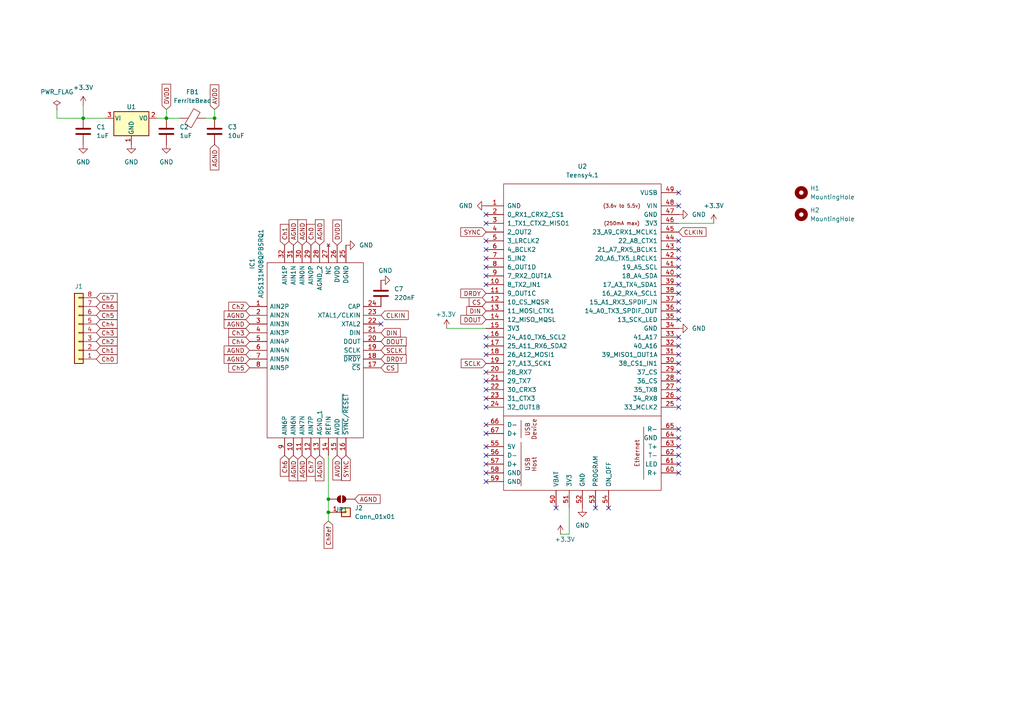
<source format=kicad_sch>
(kicad_sch (version 20231120) (generator "eeschema") (generator_version "8.0")
  (paper "A4")
  (lib_symbols
    (symbol "ADS131M08QPBSRQ1:ADS131M08QPBSRQ1" (pin_names (offset 0.762))
      (property "Reference" "IC" (at 34.29 17.78 0))
      (property "Value" "ADS131M08QPBSRQ1" (at 34.29 15.24 0))
      (symbol "ADS131M08QPBSRQ1_0_0"
        (pin passive line (at 0 0 0) (length 5.08) (name "AIN2P") (number "1"))
        (pin passive line (at 12.7 -43.18 90) (length 5.08) (name "AIN6N") (number "10"))
        (pin passive line (at 15.24 -43.18 90) (length 5.08) (name "AIN7N") (number "11"))
        (pin passive line (at 17.78 -43.18 90) (length 5.08) (name "AIN7P") (number "12"))
        (pin passive line (at 20.32 -43.18 90) (length 5.08) (name "AGND_1") (number "13"))
        (pin passive line (at 22.86 -43.18 90) (length 5.08) (name "REFIN") (number "14"))
        (pin passive line (at 25.4 -43.18 90) (length 5.08) (name "AVDD") (number "15"))
        (pin passive line (at 27.94 -43.18 90) (length 5.08) (name "~{SYNC}/~{RESET}") (number "16"))
        (pin passive line (at 38.1 -17.78 180) (length 5.08) (name "~{CS}") (number "17"))
        (pin passive line (at 38.1 -15.24 180) (length 5.08) (name "~{DRDY}") (number "18"))
        (pin passive line (at 38.1 -12.7 180) (length 5.08) (name "SCLK") (number "19"))
        (pin passive line (at 0 -2.54 0) (length 5.08) (name "AIN2N") (number "2"))
        (pin passive line (at 38.1 -10.16 180) (length 5.08) (name "DOUT") (number "20"))
        (pin passive line (at 38.1 -7.62 180) (length 5.08) (name "DIN") (number "21"))
        (pin passive line (at 38.1 -5.08 180) (length 5.08) (name "XTAL2") (number "22"))
        (pin passive line (at 38.1 -2.54 180) (length 5.08) (name "XTAL1/CLKIN") (number "23"))
        (pin passive line (at 38.1 0 180) (length 5.08) (name "CAP") (number "24"))
        (pin passive line (at 27.94 17.78 270) (length 5.08) (name "DGND") (number "25"))
        (pin passive line (at 25.4 17.78 270) (length 5.08) (name "DVDD") (number "26"))
        (pin no_connect line (at 22.86 17.78 270) (length 5.08) (name "NC") (number "27"))
        (pin passive line (at 20.32 17.78 270) (length 5.08) (name "AGND_2") (number "28"))
        (pin passive line (at 17.78 17.78 270) (length 5.08) (name "AIN0P") (number "29"))
        (pin passive line (at 0 -5.08 0) (length 5.08) (name "AIN3N") (number "3"))
        (pin passive line (at 15.24 17.78 270) (length 5.08) (name "AIN0N") (number "30"))
        (pin passive line (at 12.7 17.78 270) (length 5.08) (name "AIN1N") (number "31"))
        (pin passive line (at 10.16 17.78 270) (length 5.08) (name "AIN1P") (number "32"))
        (pin passive line (at 0 -7.62 0) (length 5.08) (name "AIN3P") (number "4"))
        (pin passive line (at 0 -10.16 0) (length 5.08) (name "AIN4P") (number "5"))
        (pin passive line (at 0 -12.7 0) (length 5.08) (name "AIN4N") (number "6"))
        (pin passive line (at 0 -15.24 0) (length 5.08) (name "AIN5N") (number "7"))
        (pin passive line (at 0 -17.78 0) (length 5.08) (name "AIN5P") (number "8"))
        (pin passive line (at 10.16 -43.18 90) (length 5.08) (name "AIN6P") (number "9"))
      )
      (symbol "ADS131M08QPBSRQ1_0_1"
        (polyline (pts (xy 5.08 12.7) (xy 33.02 12.7) (xy 33.02 -38.1) (xy 5.08 -38.1) (xy 5.08 12.7)) (stroke (width 0.1524)))
      )
    )
    (symbol "Connector_Generic:Conn_01x01" (pin_names (offset 1.016) hide)
      (property "Reference" "J" (at 0 2.54 0))
      (property "Value" "Conn_01x01" (at 0 -2.54 0))
      (symbol "Conn_01x01_1_1"
        (rectangle (start -1.27 0.127) (end 0 -0.127) (stroke (width 0.1524)))
        (rectangle (start -1.27 1.27) (end 1.27 -1.27) (stroke (width 0.254)) (fill (type background)))
        (pin passive line (at -5.08 0 0) (length 3.81) (name "Pin_1") (number "1"))
      )
    )
    (symbol "Connector_Generic:Conn_01x08" (pin_names (offset 1.016) hide)
      (property "Reference" "J" (at 0 10.16 0))
      (property "Value" "Conn_01x08" (at 0 -12.7 0))
      (symbol "Conn_01x08_1_1"
        (rectangle (start -1.27 -10.033) (end 0 -10.287) (stroke (width 0.1524)))
        (rectangle (start -1.27 -7.493) (end 0 -7.747) (stroke (width 0.1524)))
        (rectangle (start -1.27 -4.953) (end 0 -5.207) (stroke (width 0.1524)))
        (rectangle (start -1.27 -2.413) (end 0 -2.667) (stroke (width 0.1524)))
        (rectangle (start -1.27 0.127) (end 0 -0.127) (stroke (width 0.1524)))
        (rectangle (start -1.27 2.667) (end 0 2.413) (stroke (width 0.1524)))
        (rectangle (start -1.27 5.207) (end 0 4.953) (stroke (width 0.1524)))
        (rectangle (start -1.27 7.747) (end 0 7.493) (stroke (width 0.1524)))
        (rectangle (start -1.27 8.89) (end 1.27 -11.43) (stroke (width 0.254)) (fill (type background)))
        (pin passive line (at -5.08 7.62 0) (length 3.81) (name "Pin_1") (number "1"))
        (pin passive line (at -5.08 5.08 0) (length 3.81) (name "Pin_2") (number "2"))
        (pin passive line (at -5.08 2.54 0) (length 3.81) (name "Pin_3") (number "3"))
        (pin passive line (at -5.08 0 0) (length 3.81) (name "Pin_4") (number "4"))
        (pin passive line (at -5.08 -2.54 0) (length 3.81) (name "Pin_5") (number "5"))
        (pin passive line (at -5.08 -5.08 0) (length 3.81) (name "Pin_6") (number "6"))
        (pin passive line (at -5.08 -7.62 0) (length 3.81) (name "Pin_7") (number "7"))
        (pin passive line (at -5.08 -10.16 0) (length 3.81) (name "Pin_8") (number "8"))
      )
    )
    (symbol "Device:C" (pin_numbers hide) (pin_names (offset 0.254))
      (property "Reference" "C" (at 0.635 2.54 0))
      (property "Value" "C" (at 0.635 -2.54 0))
      (symbol "C_0_1"
        (polyline (pts (xy -2.032 -0.762) (xy 2.032 -0.762)) (stroke (width 0.508)))
        (polyline (pts (xy -2.032 0.762) (xy 2.032 0.762)) (stroke (width 0.508)))
      )
      (symbol "C_1_1"
        (pin passive line (at 0 3.81 270) (length 2.794) (name "~") (number "1"))
        (pin passive line (at 0 -3.81 90) (length 2.794) (name "~") (number "2"))
      )
    )
    (symbol "Device:FerriteBead" (pin_numbers hide) (pin_names (offset 0))
      (property "Reference" "FB" (at -3.81 0.635 90))
      (property "Value" "FerriteBead" (at 3.81 0 90))
      (symbol "FerriteBead_0_1"
        (polyline (pts (xy 0 -1.27) (xy 0 -1.2192)))
        (polyline (pts (xy 0 1.27) (xy 0 1.2954)))
        (polyline (pts (xy -2.7686 0.4064) (xy -1.7018 2.2606) (xy 2.7686 -0.3048) (xy 1.6764 -2.159) (xy -2.7686 0.4064)))
      )
      (symbol "FerriteBead_1_1"
        (pin passive line (at 0 3.81 270) (length 2.54) (name "~") (number "1"))
        (pin passive line (at 0 -3.81 90) (length 2.54) (name "~") (number "2"))
      )
    )
    (symbol "Jumper:SolderJumper_2_Open" (pin_numbers hide) (pin_names (offset 0) hide) (exclude_from_sim yes) (in_bom no)
      (property "Reference" "JP" (at 0 2.032 0))
      (property "Value" "SolderJumper_2_Open" (at 0 -2.54 0))
      (symbol "SolderJumper_2_Open_0_1"
        (arc (start -0.254 1.016) (mid -1.2656 0) (end -0.254 -1.016))
        (arc (start -0.254 1.016) (mid -1.2656 0) (end -0.254 -1.016) (fill (type outline)))
        (polyline (pts (xy -0.254 1.016) (xy -0.254 -1.016)))
        (polyline (pts (xy 0.254 1.016) (xy 0.254 -1.016)))
        (arc (start 0.254 -1.016) (mid 1.2656 0) (end 0.254 1.016))
        (arc (start 0.254 -1.016) (mid 1.2656 0) (end 0.254 1.016) (fill (type outline)))
      )
      (symbol "SolderJumper_2_Open_1_1"
        (pin passive line (at -3.81 0 0) (length 2.54) (name "A") (number "1"))
        (pin passive line (at 3.81 0 180) (length 2.54) (name "B") (number "2"))
      )
    )
    (symbol "Mechanical:MountingHole" (pin_names (offset 1.016)) (exclude_from_sim yes) (in_bom no)
      (property "Reference" "H" (at 0 5.08 0))
      (property "Value" "MountingHole" (at 0 3.175 0))
      (symbol "MountingHole_0_1"
        (circle (center 0 0) (radius 1.27) (stroke (width 1.27)))
      )
    )
    (symbol "Regulator_Linear:MCP1700x-330xxTT" (pin_names (offset 0.254))
      (property "Reference" "U" (at -3.81 3.175 0))
      (property "Value" "MCP1700x-330xxTT" (at 0 3.175 0))
      (symbol "MCP1700x-330xxTT_0_1"
        (rectangle (start -5.08 1.905) (end 5.08 -5.08) (stroke (width 0.254)) (fill (type background)))
      )
      (symbol "MCP1700x-330xxTT_1_1"
        (pin power_in line (at 0 -7.62 90) (length 2.54) (name "GND") (number "1"))
        (pin power_out line (at 7.62 0 180) (length 2.54) (name "VO") (number "2"))
        (pin power_in line (at -7.62 0 0) (length 2.54) (name "VI") (number "3"))
      )
    )
    (symbol "power:+3.3V" (power) (pin_numbers hide) (pin_names (offset 0) hide)
      (property "Value" "+3.3V" (at 0 3.556 0))
      (symbol "+3.3V_0_1"
        (polyline (pts (xy -0.762 1.27) (xy 0 2.54)))
        (polyline (pts (xy 0 0) (xy 0 2.54)))
        (polyline (pts (xy 0 2.54) (xy 0.762 1.27)))
      )
      (symbol "+3.3V_1_1"
        (pin power_in line (at 0 0 90) (length 0) (name "~") (number "1"))
      )
    )
    (symbol "power:GND" (power) (pin_numbers hide) (pin_names (offset 0) hide)
      (property "Value" "GND" (at 0 -3.81 0))
      (symbol "GND_0_1"
        (polyline (pts (xy 0 0) (xy 0 -1.27) (xy 1.27 -1.27) (xy 0 -2.54) (xy -1.27 -1.27) (xy 0 -1.27)))
      )
      (symbol "GND_1_1"
        (pin power_in line (at 0 0 270) (length 0) (name "~") (number "1"))
      )
    )
    (symbol "power:PWR_FLAG" (power) (pin_numbers hide) (pin_names (offset 0) hide)
      (property "Value" "PWR_FLAG" (at 0 3.81 0))
      (symbol "PWR_FLAG_0_0"
        (pin power_out line (at 0 0 90) (length 0) (name "~") (number "1"))
      )
      (symbol "PWR_FLAG_0_1"
        (polyline (pts (xy 0 0) (xy 0 1.27) (xy -1.016 1.905) (xy 0 2.54) (xy 1.016 1.905) (xy 0 1.27)))
      )
    )
    (symbol "teensy:Teensy4.1" (pin_names (offset 1.016))
      (property "Reference" "U" (at 0 64.77 0))
      (property "Value" "Teensy4.1" (at 0 62.23 0))
      (symbol "Teensy4.1_0_0"
        (polyline (pts (xy -22.86 -6.35) (xy 22.86 -6.35)))
        (polyline (pts (xy -17.78 -26.67) (xy -17.78 -13.97)))
        (polyline (pts (xy -17.78 -7.62) (xy -17.78 -12.7)))
        (polyline (pts (xy 17.78 -9.525) (xy 17.78 -24.765)))
        (text "(250mA max)" (at 11.43 49.53 0) (effects (font (size 1.016 1.016))))
        (text "(3.6v to 5.5v)" (at 11.43 54.61 0) (effects (font (size 1.016 1.016))))
        (text "Device" (at -13.97 -10.16 900) (effects (font (size 1.27 1.27))))
        (text "Ethernet" (at 15.875 -17.145 900) (effects (font (size 1.27 1.27))))
        (text "Host" (at -13.97 -20.32 900) (effects (font (size 1.27 1.27))))
        (text "USB" (at -15.875 -20.32 900) (effects (font (size 1.27 1.27))))
        (text "USB" (at -15.875 -10.16 900) (effects (font (size 1.27 1.27))))
        (pin bidirectional line (at -27.94 31.75 0) (length 5.08) (name "8_TX2_IN1") (number "10"))
        (pin bidirectional line (at -27.94 29.21 0) (length 5.08) (name "9_OUT1C") (number "11"))
        (pin bidirectional line (at -27.94 26.67 0) (length 5.08) (name "10_CS_MQSR") (number "12"))
        (pin bidirectional line (at -27.94 24.13 0) (length 5.08) (name "11_MOSI_CTX1") (number "13"))
        (pin bidirectional line (at -27.94 21.59 0) (length 5.08) (name "12_MISO_MQSL") (number "14"))
        (pin power_in line (at -27.94 19.05 0) (length 5.08) (name "3V3") (number "15"))
        (pin bidirectional line (at -27.94 16.51 0) (length 5.08) (name "24_A10_TX6_SCL2") (number "16"))
        (pin bidirectional line (at -27.94 13.97 0) (length 5.08) (name "25_A11_RX6_SDA2") (number "17"))
        (pin bidirectional line (at -27.94 11.43 0) (length 5.08) (name "26_A12_MOSI1") (number "18"))
        (pin bidirectional line (at -27.94 8.89 0) (length 5.08) (name "27_A13_SCK1") (number "19"))
        (pin bidirectional line (at -27.94 6.35 0) (length 5.08) (name "28_RX7") (number "20"))
        (pin bidirectional line (at -27.94 3.81 0) (length 5.08) (name "29_TX7") (number "21"))
        (pin bidirectional line (at -27.94 1.27 0) (length 5.08) (name "30_CRX3") (number "22"))
        (pin bidirectional line (at -27.94 -1.27 0) (length 5.08) (name "31_CTX3") (number "23"))
        (pin bidirectional line (at -27.94 -3.81 0) (length 5.08) (name "32_OUT1B") (number "24"))
        (pin bidirectional line (at 27.94 -3.81 180) (length 5.08) (name "33_MCLK2") (number "25"))
        (pin bidirectional line (at 27.94 -1.27 180) (length 5.08) (name "34_RX8") (number "26"))
        (pin bidirectional line (at 27.94 1.27 180) (length 5.08) (name "35_TX8") (number "27"))
        (pin bidirectional line (at 27.94 3.81 180) (length 5.08) (name "36_CS") (number "28"))
        (pin bidirectional line (at 27.94 6.35 180) (length 5.08) (name "37_CS") (number "29"))
        (pin bidirectional line (at 27.94 8.89 180) (length 5.08) (name "38_CS1_IN1") (number "30"))
        (pin bidirectional line (at 27.94 11.43 180) (length 5.08) (name "39_MISO1_OUT1A") (number "31"))
        (pin bidirectional line (at 27.94 13.97 180) (length 5.08) (name "40_A16") (number "32"))
        (pin bidirectional line (at 27.94 16.51 180) (length 5.08) (name "41_A17") (number "33"))
        (pin bidirectional line (at 27.94 21.59 180) (length 5.08) (name "13_SCK_LED") (number "35"))
        (pin bidirectional line (at 27.94 24.13 180) (length 5.08) (name "14_A0_TX3_SPDIF_OUT") (number "36"))
        (pin bidirectional line (at 27.94 26.67 180) (length 5.08) (name "15_A1_RX3_SPDIF_IN") (number "37"))
        (pin bidirectional line (at 27.94 29.21 180) (length 5.08) (name "16_A2_RX4_SCL1") (number "38"))
        (pin bidirectional line (at 27.94 31.75 180) (length 5.08) (name "17_A3_TX4_SDA1") (number "39"))
        (pin bidirectional line (at 27.94 34.29 180) (length 5.08) (name "18_A4_SDA") (number "40"))
        (pin bidirectional line (at 27.94 36.83 180) (length 5.08) (name "19_A5_SCL") (number "41"))
        (pin bidirectional line (at 27.94 39.37 180) (length 5.08) (name "20_A6_TX5_LRCLK1") (number "42"))
        (pin bidirectional line (at 27.94 41.91 180) (length 5.08) (name "21_A7_RX5_BCLK1") (number "43"))
        (pin bidirectional line (at 27.94 44.45 180) (length 5.08) (name "22_A8_CTX1") (number "44"))
        (pin bidirectional line (at 27.94 46.99 180) (length 5.08) (name "23_A9_CRX1_MCLK1") (number "45"))
        (pin output line (at 27.94 49.53 180) (length 5.08) (name "3V3") (number "46"))
        (pin output line (at 27.94 52.07 180) (length 5.08) (name "GND") (number "47"))
        (pin power_in line (at 27.94 54.61 180) (length 5.08) (name "VIN") (number "48"))
        (pin power_out line (at 27.94 58.42 180) (length 5.08) (name "VUSB") (number "49"))
        (pin bidirectional line (at -27.94 44.45 0) (length 5.08) (name "3_LRCLK2") (number "5"))
        (pin power_in line (at -7.62 -33.02 90) (length 5.08) (name "VBAT") (number "50"))
        (pin power_in line (at -3.81 -33.02 90) (length 5.08) (name "3V3") (number "51"))
        (pin input line (at 0 -33.02 90) (length 5.08) (name "GND") (number "52"))
        (pin input line (at 3.81 -33.02 90) (length 5.08) (name "PROGRAM") (number "53"))
        (pin input line (at 7.62 -33.02 90) (length 5.08) (name "ON_OFF") (number "54"))
        (pin power_out line (at -27.94 -15.24 0) (length 5.08) (name "5V") (number "55"))
        (pin bidirectional line (at -27.94 -17.78 0) (length 5.08) (name "D-") (number "56"))
        (pin bidirectional line (at -27.94 -20.32 0) (length 5.08) (name "D+") (number "57"))
        (pin power_in line (at -27.94 -22.86 0) (length 5.08) (name "GND") (number "58"))
        (pin power_in line (at -27.94 -25.4 0) (length 5.08) (name "GND") (number "59"))
        (pin bidirectional line (at -27.94 41.91 0) (length 5.08) (name "4_BCLK2") (number "6"))
        (pin bidirectional line (at 27.94 -22.86 180) (length 5.08) (name "R+") (number "60"))
        (pin bidirectional line (at 27.94 -20.32 180) (length 5.08) (name "LED") (number "61"))
        (pin bidirectional line (at 27.94 -17.78 180) (length 5.08) (name "T-") (number "62"))
        (pin bidirectional line (at 27.94 -15.24 180) (length 5.08) (name "T+") (number "63"))
        (pin power_in line (at 27.94 -12.7 180) (length 5.08) (name "GND") (number "64"))
        (pin bidirectional line (at 27.94 -10.16 180) (length 5.08) (name "R-") (number "65"))
        (pin bidirectional line (at -27.94 -8.89 0) (length 5.08) (name "D-") (number "66"))
        (pin bidirectional line (at -27.94 -11.43 0) (length 5.08) (name "D+") (number "67"))
        (pin bidirectional line (at -27.94 39.37 0) (length 5.08) (name "5_IN2") (number "7"))
        (pin bidirectional line (at -27.94 36.83 0) (length 5.08) (name "6_OUT1D") (number "8"))
        (pin bidirectional line (at -27.94 34.29 0) (length 5.08) (name "7_RX2_OUT1A") (number "9"))
      )
      (symbol "Teensy4.1_0_1"
        (rectangle (start -22.86 60.96) (end 22.86 -27.94))
        (rectangle (start -20.32 -1.27) (end -20.32 -1.27))
      )
      (symbol "Teensy4.1_1_1"
        (pin power_in line (at -27.94 54.61 0) (length 5.08) (name "GND") (number "1"))
        (pin bidirectional line (at -27.94 52.07 0) (length 5.08) (name "0_RX1_CRX2_CS1") (number "2"))
        (pin bidirectional line (at -27.94 49.53 0) (length 5.08) (name "1_TX1_CTX2_MISO1") (number "3"))
        (pin power_in line (at 27.94 19.05 180) (length 5.08) (name "GND") (number "34"))
        (pin bidirectional line (at -27.94 46.99 0) (length 5.08) (name "2_OUT2") (number "4"))
      )
    )
  )
  (junction (at 48.26 34.29))
  (junction (at 62.23 34.29))
  (junction (at 95.25 148.59))
  (junction (at 24.13 34.29))
  (junction (at 95.25 144.78))
  (no_connect (at 196.85 80.01))
  (no_connect (at 140.97 82.55))
  (no_connect (at 196.85 82.55))
  (no_connect (at 196.85 72.39))
  (no_connect (at 196.85 124.46))
  (no_connect (at 140.97 115.57))
  (no_connect (at 196.85 100.33))
  (no_connect (at 140.97 137.16))
  (no_connect (at 140.97 62.23))
  (no_connect (at 140.97 74.93))
  (no_connect (at 140.97 69.85))
  (no_connect (at 196.85 92.71))
  (no_connect (at 161.29 147.32))
  (no_connect (at 140.97 134.62))
  (no_connect (at 196.85 105.41))
  (no_connect (at 196.85 97.79))
  (no_connect (at 140.97 129.54))
  (no_connect (at 140.97 132.08))
  (no_connect (at 196.85 59.69))
  (no_connect (at 196.85 115.57))
  (no_connect (at 196.85 85.09))
  (no_connect (at 196.85 134.62))
  (no_connect (at 140.97 113.03))
  (no_connect (at 140.97 72.39))
  (no_connect (at 110.49 93.98))
  (no_connect (at 140.97 97.79))
  (no_connect (at 196.85 102.87))
  (no_connect (at 196.85 74.93))
  (no_connect (at 140.97 107.95))
  (no_connect (at 196.85 107.95))
  (no_connect (at 140.97 100.33))
  (no_connect (at 140.97 64.77))
  (no_connect (at 196.85 113.03))
  (no_connect (at 196.85 118.11))
  (no_connect (at 140.97 118.11))
  (no_connect (at 196.85 90.17))
  (no_connect (at 176.53 147.32))
  (no_connect (at 196.85 77.47))
  (no_connect (at 196.85 137.16))
  (no_connect (at 140.97 110.49))
  (no_connect (at 196.85 132.08))
  (no_connect (at 140.97 139.7))
  (no_connect (at 140.97 123.19))
  (no_connect (at 140.97 77.47))
  (no_connect (at 196.85 87.63))
  (no_connect (at 172.72 147.32))
  (no_connect (at 196.85 129.54))
  (no_connect (at 140.97 80.01))
  (no_connect (at 140.97 125.73))
  (no_connect (at 196.85 127))
  (no_connect (at 196.85 110.49))
  (no_connect (at 140.97 102.87))
  (no_connect (at 196.85 55.88))
  (no_connect (at 196.85 69.85))
  (wire (pts (xy 59.69 34.29) (xy 62.23 34.29)))
  (wire (pts (xy 45.72 34.29) (xy 48.26 34.29)))
  (wire (pts (xy 162.56 154.94) (xy 165.1 154.94)))
  (wire (pts (xy 48.26 31.75) (xy 48.26 34.29)))
  (wire (pts (xy 95.25 151.13) (xy 95.25 148.59)))
  (wire (pts (xy 95.25 144.78) (xy 95.25 132.08)))
  (wire (pts (xy 48.26 34.29) (xy 52.07 34.29)))
  (wire (pts (xy 140.97 95.25) (xy 129.54 95.25)))
  (wire (pts (xy 165.1 147.32) (xy 165.1 154.94)))
  (wire (pts (xy 196.85 64.77) (xy 207.01 64.77)))
  (wire (pts (xy 16.51 31.75) (xy 16.51 34.29)))
  (wire (pts (xy 24.13 30.48) (xy 24.13 34.29)))
  (wire (pts (xy 95.25 148.59) (xy 95.25 144.78)))
  (wire (pts (xy 16.51 34.29) (xy 24.13 34.29)))
  (wire (pts (xy 62.23 31.75) (xy 62.23 34.29)))
  (wire (pts (xy 24.13 34.29) (xy 30.48 34.29)))
  (global_label "AGND" (shape input) (at 85.09 132.08 270) (property "Intersheetrefs" "${INTERSHEET_REFS}" (effects (hide yes))))
  (global_label "AVDD" (shape input) (at 62.23 31.75 90) (property "Intersheetrefs" "${INTERSHEET_REFS}" (effects (hide yes))))
  (global_label "AGND" (shape input) (at 87.63 132.08 270) (property "Intersheetrefs" "${INTERSHEET_REFS}" (effects (hide yes))))
  (global_label "CLKIN" (shape input) (at 196.85 67.31 0) (property "Intersheetrefs" "${INTERSHEET_REFS}" (effects (hide yes))))
  (global_label "Ch2" (shape input) (at 27.94 99.06 0) (property "Intersheetrefs" "${INTERSHEET_REFS}" (effects (hide yes))))
  (global_label "AGND" (shape input) (at 72.39 101.6 180) (property "Intersheetrefs" "${INTERSHEET_REFS}" (effects (hide yes))))
  (global_label "DOUT" (shape input) (at 110.49 99.06 0) (property "Intersheetrefs" "${INTERSHEET_REFS}" (effects (hide yes))))
  (global_label "Ch4" (shape input) (at 72.39 99.06 180) (property "Intersheetrefs" "${INTERSHEET_REFS}" (effects (hide yes))))
  (global_label "DVDD" (shape input) (at 97.79 71.12 90) (property "Intersheetrefs" "${INTERSHEET_REFS}" (effects (hide yes))))
  (global_label "DRDY" (shape input) (at 110.49 104.14 0) (property "Intersheetrefs" "${INTERSHEET_REFS}" (effects (hide yes))))
  (global_label "SYNC" (shape input) (at 100.33 132.08 270) (property "Intersheetrefs" "${INTERSHEET_REFS}" (effects (hide yes))))
  (global_label "AGND" (shape input) (at 87.63 71.12 90) (property "Intersheetrefs" "${INTERSHEET_REFS}" (effects (hide yes))))
  (global_label "DVDD" (shape input) (at 48.26 31.75 90) (property "Intersheetrefs" "${INTERSHEET_REFS}" (effects (hide yes))))
  (global_label "Ch3" (shape input) (at 27.94 96.52 0) (property "Intersheetrefs" "${INTERSHEET_REFS}" (effects (hide yes))))
  (global_label "DIN" (shape input) (at 110.49 96.52 0) (property "Intersheetrefs" "${INTERSHEET_REFS}" (effects (hide yes))))
  (global_label "Ch0" (shape input) (at 27.94 104.14 0) (property "Intersheetrefs" "${INTERSHEET_REFS}" (effects (hide yes))))
  (global_label "Ch3" (shape input) (at 72.39 96.52 180) (property "Intersheetrefs" "${INTERSHEET_REFS}" (effects (hide yes))))
  (global_label "AGND" (shape input) (at 72.39 104.14 180) (property "Intersheetrefs" "${INTERSHEET_REFS}" (effects (hide yes))))
  (global_label "Ch0" (shape input) (at 90.17 71.12 90) (property "Intersheetrefs" "${INTERSHEET_REFS}" (effects (hide yes))))
  (global_label "DIN" (shape input) (at 140.97 90.17 180) (property "Intersheetrefs" "${INTERSHEET_REFS}" (effects (hide yes))))
  (global_label "Ch1" (shape input) (at 82.55 71.12 90) (property "Intersheetrefs" "${INTERSHEET_REFS}" (effects (hide yes))))
  (global_label "Ch2" (shape input) (at 72.39 88.9 180) (property "Intersheetrefs" "${INTERSHEET_REFS}" (effects (hide yes))))
  (global_label "Ch1" (shape input) (at 27.94 101.6 0) (property "Intersheetrefs" "${INTERSHEET_REFS}" (effects (hide yes))))
  (global_label "AGND" (shape input) (at 72.39 91.44 180) (property "Intersheetrefs" "${INTERSHEET_REFS}" (effects (hide yes))))
  (global_label "Ch6" (shape input) (at 27.94 88.9 0) (property "Intersheetrefs" "${INTERSHEET_REFS}" (effects (hide yes))))
  (global_label "SCLK" (shape input) (at 140.97 105.41 180) (property "Intersheetrefs" "${INTERSHEET_REFS}" (effects (hide yes))))
  (global_label "Ch7" (shape input) (at 90.17 132.08 270) (property "Intersheetrefs" "${INTERSHEET_REFS}" (effects (hide yes))))
  (global_label "ChRef" (shape input) (at 95.25 151.13 270) (property "Intersheetrefs" "${INTERSHEET_REFS}" (effects (hide yes))))
  (global_label "Ch5" (shape input) (at 27.94 91.44 0) (property "Intersheetrefs" "${INTERSHEET_REFS}" (effects (hide yes))))
  (global_label "CLKIN" (shape input) (at 110.49 91.44 0) (property "Intersheetrefs" "${INTERSHEET_REFS}" (effects (hide yes))))
  (global_label "Ch5" (shape input) (at 72.39 106.68 180) (property "Intersheetrefs" "${INTERSHEET_REFS}" (effects (hide yes))))
  (global_label "Ch7" (shape input) (at 27.94 86.36 0) (property "Intersheetrefs" "${INTERSHEET_REFS}" (effects (hide yes))))
  (global_label "Ch6" (shape input) (at 82.55 132.08 270) (property "Intersheetrefs" "${INTERSHEET_REFS}" (effects (hide yes))))
  (global_label "AGND" (shape input) (at 62.23 41.91 270) (property "Intersheetrefs" "${INTERSHEET_REFS}" (effects (hide yes))))
  (global_label "Ch4" (shape input) (at 27.94 93.98 0) (property "Intersheetrefs" "${INTERSHEET_REFS}" (effects (hide yes))))
  (global_label "SCLK" (shape input) (at 110.49 101.6 0) (property "Intersheetrefs" "${INTERSHEET_REFS}" (effects (hide yes))))
  (global_label "AGND" (shape input) (at 72.39 93.98 180) (property "Intersheetrefs" "${INTERSHEET_REFS}" (effects (hide yes))))
  (global_label "AVDD" (shape input) (at 97.79 132.08 270) (property "Intersheetrefs" "${INTERSHEET_REFS}" (effects (hide yes))))
  (global_label "AGND" (shape input) (at 92.71 71.12 90) (property "Intersheetrefs" "${INTERSHEET_REFS}" (effects (hide yes))))
  (global_label "AGND" (shape input) (at 102.87 144.78 0) (property "Intersheetrefs" "${INTERSHEET_REFS}" (effects (hide yes))))
  (global_label "DRDY" (shape input) (at 140.97 85.09 180) (property "Intersheetrefs" "${INTERSHEET_REFS}" (effects (hide yes))))
  (global_label "CS" (shape input) (at 110.49 106.68 0) (property "Intersheetrefs" "${INTERSHEET_REFS}" (effects (hide yes))))
  (global_label "SYNC" (shape input) (at 140.97 67.31 180) (property "Intersheetrefs" "${INTERSHEET_REFS}" (effects (hide yes))))
  (global_label "DOUT" (shape input) (at 140.97 92.71 180) (property "Intersheetrefs" "${INTERSHEET_REFS}" (effects (hide yes))))
  (global_label "AGND" (shape input) (at 92.71 132.08 270) (property "Intersheetrefs" "${INTERSHEET_REFS}" (effects (hide yes))))
  (global_label "CS" (shape input) (at 140.97 87.63 180) (property "Intersheetrefs" "${INTERSHEET_REFS}" (effects (hide yes))))
  (global_label "AGND" (shape input) (at 85.09 71.12 90) (property "Intersheetrefs" "${INTERSHEET_REFS}" (effects (hide yes))))
  (symbol (lib_id "power:+3.3V") (at 162.56 154.94 0) (unit 1)
    (property "Reference" "#PWR016" (effects (hide yes)))
    (property "Value" "+3.3V" (at 163.83 156.464 0))
    (property "Description" "Power symbol creates a global label with name \"+3.3V\"" (effects (hide yes)))
  )
  (symbol (lib_id "Mechanical:MountingHole") (at 232.41 55.88 0) (unit 1) (exclude_from_sim yes) (in_bom no)
    (property "Reference" "H1" (at 234.95 54.6099 0) (effects (justify left)))
    (property "Value" "MountingHole" (at 234.95 57.1499 0) (effects (justify left)))
    (property "Footprint" "MountingHole:MountingHole_2.7mm_M2.5" (effects (hide yes)))
    (property "Description" "Mounting Hole without connection" (effects (hide yes)))
  )
  (symbol (lib_id "Regulator_Linear:MCP1700x-330xxTT") (at 38.1 34.29 0) (unit 1)
    (property "Reference" "U1" (at 38.1 30.988 0))
    (property "Value" "MCP1700x-330xxTT" (effects (hide yes)))
    (property "Footprint" "Package_TO_SOT_SMD:SOT-23" (effects (hide yes)))
    (property "Datasheet" "http://ww1.microchip.com/downloads/en/DeviceDoc/20001826D.pdf" (effects (hide yes)))
    (property "Description" "250mA Low Quiscent Current LDO, 3.3V output, SOT-23" (effects (hide yes)))
  )
  (symbol (lib_id "power:GND") (at 110.49 81.28 90) (unit 1)
    (property "Reference" "#PWR012" (effects (hide yes)))
    (property "Value" "GND" (at 109.728 78.486 90) (effects (justify right)))
    (property "Description" "Power symbol creates a global label with name \"GND\" , ground" (effects (hide yes)))
  )
  (symbol (lib_id "Connector_Generic:Conn_01x01") (at 100.33 148.59 0) (unit 1)
    (property "Reference" "J2" (at 102.87 147.3199 0) (effects (justify left)))
    (property "Value" "Conn_01x01" (at 102.87 149.8599 0) (effects (justify left)))
    (property "Footprint" "Connector_PinHeader_2.54mm:PinHeader_1x01_P2.54mm_Vertical" (effects (hide yes)))
    (property "Description" "Generic connector, single row, 01x01, script generated (kicad-library-utils/schlib/autogen/connector/)" (effects (hide yes)))
  )
  (symbol (lib_id "Device:FerriteBead") (at 55.88 34.29 90) (unit 1)
    (property "Reference" "FB1" (at 55.8292 26.67 90))
    (property "Value" "FerriteBead" (at 55.8292 29.21 90))
    (property "Footprint" "Capacitor_SMD:C_0402_1005Metric" (effects (hide yes)))
    (property "Description" "Ferrite bead" (effects (hide yes)))
  )
  (symbol (lib_id "power:GND") (at 100.33 71.12 90) (unit 1)
    (property "Reference" "#PWR013" (effects (hide yes)))
    (property "Value" "GND" (at 104.14 71.1199 90) (effects (justify right)))
    (property "Description" "Power symbol creates a global label with name \"GND\" , ground" (effects (hide yes)))
  )
  (symbol (lib_id "teensy:Teensy4.1") (at 168.91 114.3 0) (unit 1)
    (property "Reference" "U2" (at 168.91 48.26 0))
    (property "Value" "Teensy4.1" (at 168.91 50.8 0))
    (property "Footprint" "teensy:Teensy41" (effects (hide yes)))
  )
  (symbol (lib_id "Mechanical:MountingHole") (at 232.41 62.23 0) (unit 1) (exclude_from_sim yes) (in_bom no)
    (property "Reference" "H2" (at 234.95 60.9599 0) (effects (justify left)))
    (property "Value" "MountingHole" (at 234.95 63.4999 0) (effects (justify left)))
    (property "Footprint" "MountingHole:MountingHole_2.7mm_M2.5" (effects (hide yes)))
    (property "Description" "Mounting Hole without connection" (effects (hide yes)))
  )
  (symbol (lib_id "power:+3.3V") (at 207.01 64.77 0) (unit 1)
    (property "Reference" "#PWR014" (effects (hide yes)))
    (property "Value" "+3.3V" (at 207.01 59.69 0))
    (property "Description" "Power symbol creates a global label with name \"+3.3V\"" (effects (hide yes)))
  )
  (symbol (lib_id "power:PWR_FLAG") (at 16.51 31.75 0) (unit 1)
    (property "Reference" "#FLG01" (effects (hide yes)))
    (property "Value" "PWR_FLAG" (at 16.51 26.67 0))
    (property "Description" "Special symbol for telling ERC where power comes from" (effects (hide yes)))
  )
  (symbol (lib_id "Device:C") (at 48.26 38.1 0) (unit 1)
    (property "Reference" "C2" (at 52.07 36.8299 0) (effects (justify left)))
    (property "Value" "1uF" (at 52.07 39.3699 0) (effects (justify left)))
    (property "Footprint" "Capacitor_SMD:C_0402_1005Metric" (effects (hide yes)))
    (property "Description" "Unpolarized capacitor" (effects (hide yes)))
  )
  (symbol (lib_id "Device:C") (at 24.13 38.1 0) (unit 1)
    (property "Reference" "C1" (at 27.94 36.8299 0) (effects (justify left)))
    (property "Value" "1uF" (at 27.94 39.3699 0) (effects (justify left)))
    (property "Footprint" "Capacitor_SMD:C_0402_1005Metric" (effects (hide yes)))
    (property "Description" "Unpolarized capacitor" (effects (hide yes)))
  )
  (symbol (lib_id "Connector_Generic:Conn_01x08") (at 22.86 96.52 180) (unit 1)
    (property "Reference" "J1" (at 22.86 83.058 0))
    (property "Value" "Conn_01x08" (effects (hide yes)))
    (property "Footprint" "Connector_PinHeader_2.54mm:PinHeader_1x08_P2.54mm_Vertical" (effects (hide yes)))
    (property "Description" "Generic connector, single row, 01x08, script generated (kicad-library-utils/schlib/autogen/connector/)" (effects (hide yes)))
  )
  (symbol (lib_id "power:GND") (at 140.97 59.69 270) (unit 1)
    (property "Reference" "#PWR06" (effects (hide yes)))
    (property "Value" "GND" (at 137.16 59.6899 90) (effects (justify right)))
    (property "Description" "Power symbol creates a global label with name \"GND\" , ground" (effects (hide yes)))
  )
  (symbol (lib_id "power:+3.3V") (at 129.54 95.25 0) (unit 1)
    (property "Reference" "#PWR015" (effects (hide yes)))
    (property "Value" "+3.3V" (at 129.286 91.186 0))
    (property "Description" "Power symbol creates a global label with name \"+3.3V\"" (effects (hide yes)))
  )
  (symbol (lib_id "Device:C") (at 110.49 85.09 0) (unit 1)
    (property "Reference" "C7" (at 114.3 83.8199 0) (effects (justify left)))
    (property "Value" "220nF" (at 114.3 86.3599 0) (effects (justify left)))
    (property "Footprint" "Capacitor_SMD:C_0402_1005Metric" (effects (hide yes)))
    (property "Description" "Unpolarized capacitor" (effects (hide yes)))
  )
  (symbol (lib_id "power:GND") (at 196.85 62.23 90) (unit 1)
    (property "Reference" "#PWR07" (effects (hide yes)))
    (property "Value" "GND" (at 200.66 62.2299 90) (effects (justify right)))
    (property "Description" "Power symbol creates a global label with name \"GND\" , ground" (effects (hide yes)))
  )
  (symbol (lib_id "power:GND") (at 24.13 41.91 0) (unit 1)
    (property "Reference" "#PWR03" (effects (hide yes)))
    (property "Value" "GND" (at 24.13 46.99 0))
    (property "Description" "Power symbol creates a global label with name \"GND\" , ground" (effects (hide yes)))
  )
  (symbol (lib_id "power:GND") (at 48.26 41.91 0) (unit 1)
    (property "Reference" "#PWR04" (effects (hide yes)))
    (property "Value" "GND" (at 48.26 46.99 0))
    (property "Description" "Power symbol creates a global label with name \"GND\" , ground" (effects (hide yes)))
  )
  (symbol (lib_id "power:GND") (at 196.85 95.25 90) (unit 1)
    (property "Reference" "#PWR08" (effects (hide yes)))
    (property "Value" "GND" (at 200.66 95.2499 90) (effects (justify right)))
    (property "Description" "Power symbol creates a global label with name \"GND\" , ground" (effects (hide yes)))
  )
  (symbol (lib_id "Jumper:SolderJumper_2_Open") (at 99.06 144.78 0) (unit 1) (exclude_from_sim yes) (in_bom no)
    (property "Reference" "JP1" (at 99.06 147.828 0))
    (property "Value" "SolderJumper_2_Open" (effects (hide yes)))
    (property "Footprint" "Jumper:SolderJumper-2_P1.3mm_Open_RoundedPad1.0x1.5mm" (effects (hide yes)))
    (property "Description" "Solder Jumper, 2-pole, open" (effects (hide yes)))
  )
  (symbol (lib_id "power:+3.3V") (at 24.13 30.48 0) (unit 1)
    (property "Reference" "#PWR01" (effects (hide yes)))
    (property "Value" "+3.3V" (at 24.13 25.4 0))
    (property "Description" "Power symbol creates a global label with name \"+3.3V\"" (effects (hide yes)))
  )
  (symbol (lib_id "ADS131M08QPBSRQ1:ADS131M08QPBSRQ1") (at 72.39 88.9 0) (unit 1)
    (property "Reference" "IC1" (at 73.152 76.454 90))
    (property "Value" "ADS131M08QPBSRQ1" (at 75.692 76.454 90))
    (property "Footprint" "QFP50P700X700X120-32N" (effects (hide yes)))
    (property "Datasheet" "https://www.ti.com/lit/ds/symlink/ads131m08-q1.pdf?HQS=dis-mous-null-mousermode-dsf-pf-null-wwe&ts=1673864581738&ref_url=https%253A%252F%252Fwww.ti.com%252Fgeneral%252Fdocs%252Fsuppproductinfo.tsp%253FdistId%253D26%2526gotoUrl%253Dhttps%253A%252F%252Fwww." (effects (hide yes)))
    (property "Description" "Analog to Digital Converters - ADC Automotive, eight-channel, 24-bit, 32-kSPS, simultaneous-sampling, delta-sigma ADC" (effects (hide yes)))
    (property "Description_1" "Analog to Digital Converters - ADC Automotive, eight-channel, 24-bit, 32-kSPS, simultaneous-sampling, delta-sigma ADC" (effects (hide yes)))
    (property "Height" "1.2" (effects (hide yes)))
    (property "Mouser Part Number" "595-ADS131M08QPBSRQ1" (effects (hide yes)))
    (property "Mouser Price/Stock" "https://www.mouser.co.uk/ProductDetail/Texas-Instruments/ADS131M08QPBSRQ1?qs=By6Nw2ByBD1kYCTLuI53zA%3D%3D" (effects (hide yes)))
    (property "Manufacturer_Name" "Texas Instruments" (effects (hide yes)))
    (property "Manufacturer_Part_Number" "ADS131M08QPBSRQ1" (effects (hide yes)))
  )
  (symbol (lib_id "power:GND") (at 168.91 147.32 0) (unit 1)
    (property "Reference" "#PWR011" (effects (hide yes)))
    (property "Value" "GND" (at 168.91 152.4 0))
    (property "Description" "Power symbol creates a global label with name \"GND\" , ground" (effects (hide yes)))
  )
  (symbol (lib_id "Device:C") (at 62.23 38.1 0) (unit 1)
    (property "Reference" "C3" (at 66.04 36.8299 0) (effects (justify left)))
    (property "Value" "10uF" (at 66.04 39.3699 0) (effects (justify left)))
    (property "Footprint" "Capacitor_SMD:C_0402_1005Metric" (effects (hide yes)))
    (property "Description" "Unpolarized capacitor" (effects (hide yes)))
  )
  (symbol (lib_id "power:GND") (at 38.1 41.91 0) (unit 1)
    (property "Reference" "#PWR02" (effects (hide yes)))
    (property "Value" "GND" (at 38.1 46.99 0))
    (property "Description" "Power symbol creates a global label with name \"GND\" , ground" (effects (hide yes)))
  )
)
</source>
